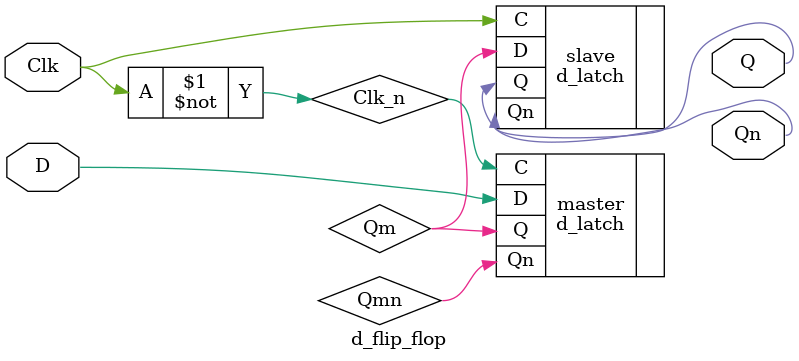
<source format=v>
module d_flip_flop (
    input  wire D,     // Data input
    input  wire Clk,   // Clock
    output wire Q,     // Output
    output wire Qn     // Inverted output
);

    // Internal signals
    wire Clk_n;        // Inverted clock
    wire Qm, Qmn;     // Master latch outputs

    // Clock inverter
    assign Clk_n = ~Clk;

    // Master latch (active when Clk = 0)
    d_latch master (
        .D(D),
        .C(Clk_n),
        .Q(Qm),
        .Qn(Qmn)
    );

    // Slave latch (active when Clk = 1)
    d_latch slave (
        .D(Qm),
        .C(Clk),
        .Q(Q),
        .Qn(Qn)
    );

endmodule

</source>
